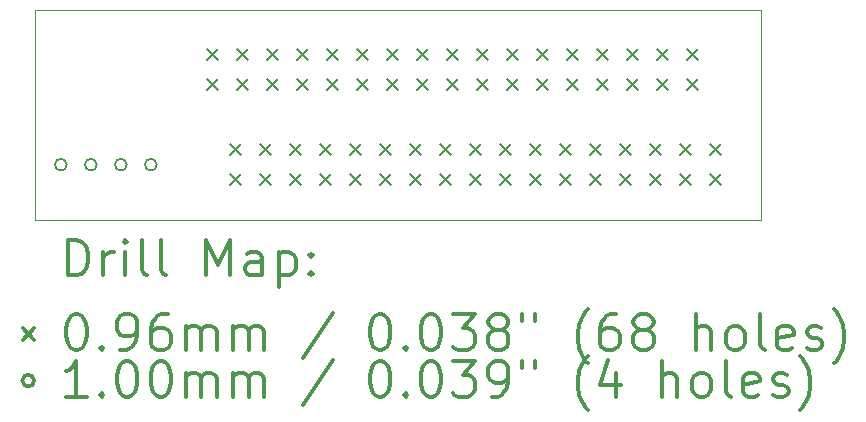
<source format=gbr>
%FSLAX45Y45*%
G04 Gerber Fmt 4.5, Leading zero omitted, Abs format (unit mm)*
G04 Created by KiCad (PCBNEW (5.1.5-0-10_14)) date 2020-02-19 18:23:27*
%MOMM*%
%LPD*%
G04 APERTURE LIST*
%TA.AperFunction,Profile*%
%ADD10C,0.050000*%
%TD*%
%ADD11C,0.200000*%
%ADD12C,0.300000*%
G04 APERTURE END LIST*
D10*
X1524000Y-2032000D02*
X7670800Y-2032000D01*
X1524000Y-3810000D02*
X1524000Y-2032000D01*
X7670800Y-3810000D02*
X1524000Y-3810000D01*
X7670800Y-2032000D02*
X7670800Y-3810000D01*
D11*
X3177550Y-3164850D02*
X3274050Y-3261350D01*
X3274050Y-3164850D02*
X3177550Y-3261350D01*
X3177550Y-3418850D02*
X3274050Y-3515350D01*
X3274050Y-3418850D02*
X3177550Y-3515350D01*
X3431550Y-3164850D02*
X3528050Y-3261350D01*
X3528050Y-3164850D02*
X3431550Y-3261350D01*
X3431550Y-3418850D02*
X3528050Y-3515350D01*
X3528050Y-3418850D02*
X3431550Y-3515350D01*
X3685550Y-3164850D02*
X3782050Y-3261350D01*
X3782050Y-3164850D02*
X3685550Y-3261350D01*
X3685550Y-3418850D02*
X3782050Y-3515350D01*
X3782050Y-3418850D02*
X3685550Y-3515350D01*
X3939550Y-3164850D02*
X4036050Y-3261350D01*
X4036050Y-3164850D02*
X3939550Y-3261350D01*
X3939550Y-3418850D02*
X4036050Y-3515350D01*
X4036050Y-3418850D02*
X3939550Y-3515350D01*
X4193550Y-3164850D02*
X4290050Y-3261350D01*
X4290050Y-3164850D02*
X4193550Y-3261350D01*
X4193550Y-3418850D02*
X4290050Y-3515350D01*
X4290050Y-3418850D02*
X4193550Y-3515350D01*
X4447550Y-3164850D02*
X4544050Y-3261350D01*
X4544050Y-3164850D02*
X4447550Y-3261350D01*
X4447550Y-3418850D02*
X4544050Y-3515350D01*
X4544050Y-3418850D02*
X4447550Y-3515350D01*
X4701550Y-3164850D02*
X4798050Y-3261350D01*
X4798050Y-3164850D02*
X4701550Y-3261350D01*
X4701550Y-3418850D02*
X4798050Y-3515350D01*
X4798050Y-3418850D02*
X4701550Y-3515350D01*
X4955550Y-3164850D02*
X5052050Y-3261350D01*
X5052050Y-3164850D02*
X4955550Y-3261350D01*
X4955550Y-3418850D02*
X5052050Y-3515350D01*
X5052050Y-3418850D02*
X4955550Y-3515350D01*
X5209550Y-3164850D02*
X5306050Y-3261350D01*
X5306050Y-3164850D02*
X5209550Y-3261350D01*
X5209550Y-3418850D02*
X5306050Y-3515350D01*
X5306050Y-3418850D02*
X5209550Y-3515350D01*
X5463550Y-3164850D02*
X5560050Y-3261350D01*
X5560050Y-3164850D02*
X5463550Y-3261350D01*
X5463550Y-3418850D02*
X5560050Y-3515350D01*
X5560050Y-3418850D02*
X5463550Y-3515350D01*
X5717550Y-3164850D02*
X5814050Y-3261350D01*
X5814050Y-3164850D02*
X5717550Y-3261350D01*
X5717550Y-3418850D02*
X5814050Y-3515350D01*
X5814050Y-3418850D02*
X5717550Y-3515350D01*
X5971550Y-3164850D02*
X6068050Y-3261350D01*
X6068050Y-3164850D02*
X5971550Y-3261350D01*
X5971550Y-3418850D02*
X6068050Y-3515350D01*
X6068050Y-3418850D02*
X5971550Y-3515350D01*
X6225550Y-3164850D02*
X6322050Y-3261350D01*
X6322050Y-3164850D02*
X6225550Y-3261350D01*
X6225550Y-3418850D02*
X6322050Y-3515350D01*
X6322050Y-3418850D02*
X6225550Y-3515350D01*
X6479550Y-3164850D02*
X6576050Y-3261350D01*
X6576050Y-3164850D02*
X6479550Y-3261350D01*
X6479550Y-3418850D02*
X6576050Y-3515350D01*
X6576050Y-3418850D02*
X6479550Y-3515350D01*
X6733550Y-3164850D02*
X6830050Y-3261350D01*
X6830050Y-3164850D02*
X6733550Y-3261350D01*
X6733550Y-3418850D02*
X6830050Y-3515350D01*
X6830050Y-3418850D02*
X6733550Y-3515350D01*
X6987550Y-3164850D02*
X7084050Y-3261350D01*
X7084050Y-3164850D02*
X6987550Y-3261350D01*
X6987550Y-3418850D02*
X7084050Y-3515350D01*
X7084050Y-3418850D02*
X6987550Y-3515350D01*
X7241550Y-3164850D02*
X7338050Y-3261350D01*
X7338050Y-3164850D02*
X7241550Y-3261350D01*
X7241550Y-3418850D02*
X7338050Y-3515350D01*
X7338050Y-3418850D02*
X7241550Y-3515350D01*
X2980700Y-2358400D02*
X3077200Y-2454900D01*
X3077200Y-2358400D02*
X2980700Y-2454900D01*
X2980700Y-2612400D02*
X3077200Y-2708900D01*
X3077200Y-2612400D02*
X2980700Y-2708900D01*
X3234700Y-2358400D02*
X3331200Y-2454900D01*
X3331200Y-2358400D02*
X3234700Y-2454900D01*
X3234700Y-2612400D02*
X3331200Y-2708900D01*
X3331200Y-2612400D02*
X3234700Y-2708900D01*
X3488700Y-2358400D02*
X3585200Y-2454900D01*
X3585200Y-2358400D02*
X3488700Y-2454900D01*
X3488700Y-2612400D02*
X3585200Y-2708900D01*
X3585200Y-2612400D02*
X3488700Y-2708900D01*
X3742700Y-2358400D02*
X3839200Y-2454900D01*
X3839200Y-2358400D02*
X3742700Y-2454900D01*
X3742700Y-2612400D02*
X3839200Y-2708900D01*
X3839200Y-2612400D02*
X3742700Y-2708900D01*
X3996700Y-2358400D02*
X4093200Y-2454900D01*
X4093200Y-2358400D02*
X3996700Y-2454900D01*
X3996700Y-2612400D02*
X4093200Y-2708900D01*
X4093200Y-2612400D02*
X3996700Y-2708900D01*
X4250700Y-2358400D02*
X4347200Y-2454900D01*
X4347200Y-2358400D02*
X4250700Y-2454900D01*
X4250700Y-2612400D02*
X4347200Y-2708900D01*
X4347200Y-2612400D02*
X4250700Y-2708900D01*
X4504700Y-2358400D02*
X4601200Y-2454900D01*
X4601200Y-2358400D02*
X4504700Y-2454900D01*
X4504700Y-2612400D02*
X4601200Y-2708900D01*
X4601200Y-2612400D02*
X4504700Y-2708900D01*
X4758700Y-2358400D02*
X4855200Y-2454900D01*
X4855200Y-2358400D02*
X4758700Y-2454900D01*
X4758700Y-2612400D02*
X4855200Y-2708900D01*
X4855200Y-2612400D02*
X4758700Y-2708900D01*
X5012700Y-2358400D02*
X5109200Y-2454900D01*
X5109200Y-2358400D02*
X5012700Y-2454900D01*
X5012700Y-2612400D02*
X5109200Y-2708900D01*
X5109200Y-2612400D02*
X5012700Y-2708900D01*
X5266700Y-2358400D02*
X5363200Y-2454900D01*
X5363200Y-2358400D02*
X5266700Y-2454900D01*
X5266700Y-2612400D02*
X5363200Y-2708900D01*
X5363200Y-2612400D02*
X5266700Y-2708900D01*
X5520700Y-2358400D02*
X5617200Y-2454900D01*
X5617200Y-2358400D02*
X5520700Y-2454900D01*
X5520700Y-2612400D02*
X5617200Y-2708900D01*
X5617200Y-2612400D02*
X5520700Y-2708900D01*
X5774700Y-2358400D02*
X5871200Y-2454900D01*
X5871200Y-2358400D02*
X5774700Y-2454900D01*
X5774700Y-2612400D02*
X5871200Y-2708900D01*
X5871200Y-2612400D02*
X5774700Y-2708900D01*
X6028700Y-2358400D02*
X6125200Y-2454900D01*
X6125200Y-2358400D02*
X6028700Y-2454900D01*
X6028700Y-2612400D02*
X6125200Y-2708900D01*
X6125200Y-2612400D02*
X6028700Y-2708900D01*
X6282700Y-2358400D02*
X6379200Y-2454900D01*
X6379200Y-2358400D02*
X6282700Y-2454900D01*
X6282700Y-2612400D02*
X6379200Y-2708900D01*
X6379200Y-2612400D02*
X6282700Y-2708900D01*
X6536700Y-2358400D02*
X6633200Y-2454900D01*
X6633200Y-2358400D02*
X6536700Y-2454900D01*
X6536700Y-2612400D02*
X6633200Y-2708900D01*
X6633200Y-2612400D02*
X6536700Y-2708900D01*
X6790700Y-2358400D02*
X6887200Y-2454900D01*
X6887200Y-2358400D02*
X6790700Y-2454900D01*
X6790700Y-2612400D02*
X6887200Y-2708900D01*
X6887200Y-2612400D02*
X6790700Y-2708900D01*
X7044700Y-2358400D02*
X7141200Y-2454900D01*
X7141200Y-2358400D02*
X7044700Y-2454900D01*
X7044700Y-2612400D02*
X7141200Y-2708900D01*
X7141200Y-2612400D02*
X7044700Y-2708900D01*
X1796250Y-3340100D02*
G75*
G03X1796250Y-3340100I-50000J0D01*
G01*
X2050250Y-3340100D02*
G75*
G03X2050250Y-3340100I-50000J0D01*
G01*
X2304250Y-3340100D02*
G75*
G03X2304250Y-3340100I-50000J0D01*
G01*
X2558250Y-3340100D02*
G75*
G03X2558250Y-3340100I-50000J0D01*
G01*
D12*
X1807928Y-4278214D02*
X1807928Y-3978214D01*
X1879357Y-3978214D01*
X1922214Y-3992500D01*
X1950786Y-4021071D01*
X1965071Y-4049643D01*
X1979357Y-4106786D01*
X1979357Y-4149643D01*
X1965071Y-4206786D01*
X1950786Y-4235357D01*
X1922214Y-4263929D01*
X1879357Y-4278214D01*
X1807928Y-4278214D01*
X2107928Y-4278214D02*
X2107928Y-4078214D01*
X2107928Y-4135357D02*
X2122214Y-4106786D01*
X2136500Y-4092500D01*
X2165071Y-4078214D01*
X2193643Y-4078214D01*
X2293643Y-4278214D02*
X2293643Y-4078214D01*
X2293643Y-3978214D02*
X2279357Y-3992500D01*
X2293643Y-4006786D01*
X2307928Y-3992500D01*
X2293643Y-3978214D01*
X2293643Y-4006786D01*
X2479357Y-4278214D02*
X2450786Y-4263929D01*
X2436500Y-4235357D01*
X2436500Y-3978214D01*
X2636500Y-4278214D02*
X2607928Y-4263929D01*
X2593643Y-4235357D01*
X2593643Y-3978214D01*
X2979357Y-4278214D02*
X2979357Y-3978214D01*
X3079357Y-4192500D01*
X3179357Y-3978214D01*
X3179357Y-4278214D01*
X3450786Y-4278214D02*
X3450786Y-4121071D01*
X3436500Y-4092500D01*
X3407928Y-4078214D01*
X3350786Y-4078214D01*
X3322214Y-4092500D01*
X3450786Y-4263929D02*
X3422214Y-4278214D01*
X3350786Y-4278214D01*
X3322214Y-4263929D01*
X3307928Y-4235357D01*
X3307928Y-4206786D01*
X3322214Y-4178214D01*
X3350786Y-4163929D01*
X3422214Y-4163929D01*
X3450786Y-4149643D01*
X3593643Y-4078214D02*
X3593643Y-4378214D01*
X3593643Y-4092500D02*
X3622214Y-4078214D01*
X3679357Y-4078214D01*
X3707928Y-4092500D01*
X3722214Y-4106786D01*
X3736500Y-4135357D01*
X3736500Y-4221072D01*
X3722214Y-4249643D01*
X3707928Y-4263929D01*
X3679357Y-4278214D01*
X3622214Y-4278214D01*
X3593643Y-4263929D01*
X3865071Y-4249643D02*
X3879357Y-4263929D01*
X3865071Y-4278214D01*
X3850786Y-4263929D01*
X3865071Y-4249643D01*
X3865071Y-4278214D01*
X3865071Y-4092500D02*
X3879357Y-4106786D01*
X3865071Y-4121071D01*
X3850786Y-4106786D01*
X3865071Y-4092500D01*
X3865071Y-4121071D01*
X1425000Y-4724250D02*
X1521500Y-4820750D01*
X1521500Y-4724250D02*
X1425000Y-4820750D01*
X1865071Y-4608214D02*
X1893643Y-4608214D01*
X1922214Y-4622500D01*
X1936500Y-4636786D01*
X1950786Y-4665357D01*
X1965071Y-4722500D01*
X1965071Y-4793929D01*
X1950786Y-4851072D01*
X1936500Y-4879643D01*
X1922214Y-4893929D01*
X1893643Y-4908214D01*
X1865071Y-4908214D01*
X1836500Y-4893929D01*
X1822214Y-4879643D01*
X1807928Y-4851072D01*
X1793643Y-4793929D01*
X1793643Y-4722500D01*
X1807928Y-4665357D01*
X1822214Y-4636786D01*
X1836500Y-4622500D01*
X1865071Y-4608214D01*
X2093643Y-4879643D02*
X2107928Y-4893929D01*
X2093643Y-4908214D01*
X2079357Y-4893929D01*
X2093643Y-4879643D01*
X2093643Y-4908214D01*
X2250786Y-4908214D02*
X2307928Y-4908214D01*
X2336500Y-4893929D01*
X2350786Y-4879643D01*
X2379357Y-4836786D01*
X2393643Y-4779643D01*
X2393643Y-4665357D01*
X2379357Y-4636786D01*
X2365071Y-4622500D01*
X2336500Y-4608214D01*
X2279357Y-4608214D01*
X2250786Y-4622500D01*
X2236500Y-4636786D01*
X2222214Y-4665357D01*
X2222214Y-4736786D01*
X2236500Y-4765357D01*
X2250786Y-4779643D01*
X2279357Y-4793929D01*
X2336500Y-4793929D01*
X2365071Y-4779643D01*
X2379357Y-4765357D01*
X2393643Y-4736786D01*
X2650786Y-4608214D02*
X2593643Y-4608214D01*
X2565071Y-4622500D01*
X2550786Y-4636786D01*
X2522214Y-4679643D01*
X2507928Y-4736786D01*
X2507928Y-4851072D01*
X2522214Y-4879643D01*
X2536500Y-4893929D01*
X2565071Y-4908214D01*
X2622214Y-4908214D01*
X2650786Y-4893929D01*
X2665071Y-4879643D01*
X2679357Y-4851072D01*
X2679357Y-4779643D01*
X2665071Y-4751072D01*
X2650786Y-4736786D01*
X2622214Y-4722500D01*
X2565071Y-4722500D01*
X2536500Y-4736786D01*
X2522214Y-4751072D01*
X2507928Y-4779643D01*
X2807928Y-4908214D02*
X2807928Y-4708214D01*
X2807928Y-4736786D02*
X2822214Y-4722500D01*
X2850786Y-4708214D01*
X2893643Y-4708214D01*
X2922214Y-4722500D01*
X2936500Y-4751072D01*
X2936500Y-4908214D01*
X2936500Y-4751072D02*
X2950786Y-4722500D01*
X2979357Y-4708214D01*
X3022214Y-4708214D01*
X3050786Y-4722500D01*
X3065071Y-4751072D01*
X3065071Y-4908214D01*
X3207928Y-4908214D02*
X3207928Y-4708214D01*
X3207928Y-4736786D02*
X3222214Y-4722500D01*
X3250786Y-4708214D01*
X3293643Y-4708214D01*
X3322214Y-4722500D01*
X3336500Y-4751072D01*
X3336500Y-4908214D01*
X3336500Y-4751072D02*
X3350786Y-4722500D01*
X3379357Y-4708214D01*
X3422214Y-4708214D01*
X3450786Y-4722500D01*
X3465071Y-4751072D01*
X3465071Y-4908214D01*
X4050786Y-4593929D02*
X3793643Y-4979643D01*
X4436500Y-4608214D02*
X4465071Y-4608214D01*
X4493643Y-4622500D01*
X4507928Y-4636786D01*
X4522214Y-4665357D01*
X4536500Y-4722500D01*
X4536500Y-4793929D01*
X4522214Y-4851072D01*
X4507928Y-4879643D01*
X4493643Y-4893929D01*
X4465071Y-4908214D01*
X4436500Y-4908214D01*
X4407928Y-4893929D01*
X4393643Y-4879643D01*
X4379357Y-4851072D01*
X4365071Y-4793929D01*
X4365071Y-4722500D01*
X4379357Y-4665357D01*
X4393643Y-4636786D01*
X4407928Y-4622500D01*
X4436500Y-4608214D01*
X4665071Y-4879643D02*
X4679357Y-4893929D01*
X4665071Y-4908214D01*
X4650786Y-4893929D01*
X4665071Y-4879643D01*
X4665071Y-4908214D01*
X4865071Y-4608214D02*
X4893643Y-4608214D01*
X4922214Y-4622500D01*
X4936500Y-4636786D01*
X4950786Y-4665357D01*
X4965071Y-4722500D01*
X4965071Y-4793929D01*
X4950786Y-4851072D01*
X4936500Y-4879643D01*
X4922214Y-4893929D01*
X4893643Y-4908214D01*
X4865071Y-4908214D01*
X4836500Y-4893929D01*
X4822214Y-4879643D01*
X4807928Y-4851072D01*
X4793643Y-4793929D01*
X4793643Y-4722500D01*
X4807928Y-4665357D01*
X4822214Y-4636786D01*
X4836500Y-4622500D01*
X4865071Y-4608214D01*
X5065071Y-4608214D02*
X5250786Y-4608214D01*
X5150786Y-4722500D01*
X5193643Y-4722500D01*
X5222214Y-4736786D01*
X5236500Y-4751072D01*
X5250786Y-4779643D01*
X5250786Y-4851072D01*
X5236500Y-4879643D01*
X5222214Y-4893929D01*
X5193643Y-4908214D01*
X5107928Y-4908214D01*
X5079357Y-4893929D01*
X5065071Y-4879643D01*
X5422214Y-4736786D02*
X5393643Y-4722500D01*
X5379357Y-4708214D01*
X5365071Y-4679643D01*
X5365071Y-4665357D01*
X5379357Y-4636786D01*
X5393643Y-4622500D01*
X5422214Y-4608214D01*
X5479357Y-4608214D01*
X5507928Y-4622500D01*
X5522214Y-4636786D01*
X5536500Y-4665357D01*
X5536500Y-4679643D01*
X5522214Y-4708214D01*
X5507928Y-4722500D01*
X5479357Y-4736786D01*
X5422214Y-4736786D01*
X5393643Y-4751072D01*
X5379357Y-4765357D01*
X5365071Y-4793929D01*
X5365071Y-4851072D01*
X5379357Y-4879643D01*
X5393643Y-4893929D01*
X5422214Y-4908214D01*
X5479357Y-4908214D01*
X5507928Y-4893929D01*
X5522214Y-4879643D01*
X5536500Y-4851072D01*
X5536500Y-4793929D01*
X5522214Y-4765357D01*
X5507928Y-4751072D01*
X5479357Y-4736786D01*
X5650786Y-4608214D02*
X5650786Y-4665357D01*
X5765071Y-4608214D02*
X5765071Y-4665357D01*
X6207928Y-5022500D02*
X6193643Y-5008214D01*
X6165071Y-4965357D01*
X6150786Y-4936786D01*
X6136500Y-4893929D01*
X6122214Y-4822500D01*
X6122214Y-4765357D01*
X6136500Y-4693929D01*
X6150786Y-4651072D01*
X6165071Y-4622500D01*
X6193643Y-4579643D01*
X6207928Y-4565357D01*
X6450786Y-4608214D02*
X6393643Y-4608214D01*
X6365071Y-4622500D01*
X6350786Y-4636786D01*
X6322214Y-4679643D01*
X6307928Y-4736786D01*
X6307928Y-4851072D01*
X6322214Y-4879643D01*
X6336500Y-4893929D01*
X6365071Y-4908214D01*
X6422214Y-4908214D01*
X6450786Y-4893929D01*
X6465071Y-4879643D01*
X6479357Y-4851072D01*
X6479357Y-4779643D01*
X6465071Y-4751072D01*
X6450786Y-4736786D01*
X6422214Y-4722500D01*
X6365071Y-4722500D01*
X6336500Y-4736786D01*
X6322214Y-4751072D01*
X6307928Y-4779643D01*
X6650786Y-4736786D02*
X6622214Y-4722500D01*
X6607928Y-4708214D01*
X6593643Y-4679643D01*
X6593643Y-4665357D01*
X6607928Y-4636786D01*
X6622214Y-4622500D01*
X6650786Y-4608214D01*
X6707928Y-4608214D01*
X6736500Y-4622500D01*
X6750786Y-4636786D01*
X6765071Y-4665357D01*
X6765071Y-4679643D01*
X6750786Y-4708214D01*
X6736500Y-4722500D01*
X6707928Y-4736786D01*
X6650786Y-4736786D01*
X6622214Y-4751072D01*
X6607928Y-4765357D01*
X6593643Y-4793929D01*
X6593643Y-4851072D01*
X6607928Y-4879643D01*
X6622214Y-4893929D01*
X6650786Y-4908214D01*
X6707928Y-4908214D01*
X6736500Y-4893929D01*
X6750786Y-4879643D01*
X6765071Y-4851072D01*
X6765071Y-4793929D01*
X6750786Y-4765357D01*
X6736500Y-4751072D01*
X6707928Y-4736786D01*
X7122214Y-4908214D02*
X7122214Y-4608214D01*
X7250786Y-4908214D02*
X7250786Y-4751072D01*
X7236500Y-4722500D01*
X7207928Y-4708214D01*
X7165071Y-4708214D01*
X7136500Y-4722500D01*
X7122214Y-4736786D01*
X7436500Y-4908214D02*
X7407928Y-4893929D01*
X7393643Y-4879643D01*
X7379357Y-4851072D01*
X7379357Y-4765357D01*
X7393643Y-4736786D01*
X7407928Y-4722500D01*
X7436500Y-4708214D01*
X7479357Y-4708214D01*
X7507928Y-4722500D01*
X7522214Y-4736786D01*
X7536500Y-4765357D01*
X7536500Y-4851072D01*
X7522214Y-4879643D01*
X7507928Y-4893929D01*
X7479357Y-4908214D01*
X7436500Y-4908214D01*
X7707928Y-4908214D02*
X7679357Y-4893929D01*
X7665071Y-4865357D01*
X7665071Y-4608214D01*
X7936500Y-4893929D02*
X7907928Y-4908214D01*
X7850786Y-4908214D01*
X7822214Y-4893929D01*
X7807928Y-4865357D01*
X7807928Y-4751072D01*
X7822214Y-4722500D01*
X7850786Y-4708214D01*
X7907928Y-4708214D01*
X7936500Y-4722500D01*
X7950786Y-4751072D01*
X7950786Y-4779643D01*
X7807928Y-4808214D01*
X8065071Y-4893929D02*
X8093643Y-4908214D01*
X8150786Y-4908214D01*
X8179357Y-4893929D01*
X8193643Y-4865357D01*
X8193643Y-4851072D01*
X8179357Y-4822500D01*
X8150786Y-4808214D01*
X8107928Y-4808214D01*
X8079357Y-4793929D01*
X8065071Y-4765357D01*
X8065071Y-4751072D01*
X8079357Y-4722500D01*
X8107928Y-4708214D01*
X8150786Y-4708214D01*
X8179357Y-4722500D01*
X8293643Y-5022500D02*
X8307928Y-5008214D01*
X8336500Y-4965357D01*
X8350786Y-4936786D01*
X8365071Y-4893929D01*
X8379357Y-4822500D01*
X8379357Y-4765357D01*
X8365071Y-4693929D01*
X8350786Y-4651072D01*
X8336500Y-4622500D01*
X8307928Y-4579643D01*
X8293643Y-4565357D01*
X1521500Y-5168500D02*
G75*
G03X1521500Y-5168500I-50000J0D01*
G01*
X1965071Y-5304214D02*
X1793643Y-5304214D01*
X1879357Y-5304214D02*
X1879357Y-5004214D01*
X1850786Y-5047072D01*
X1822214Y-5075643D01*
X1793643Y-5089929D01*
X2093643Y-5275643D02*
X2107928Y-5289929D01*
X2093643Y-5304214D01*
X2079357Y-5289929D01*
X2093643Y-5275643D01*
X2093643Y-5304214D01*
X2293643Y-5004214D02*
X2322214Y-5004214D01*
X2350786Y-5018500D01*
X2365071Y-5032786D01*
X2379357Y-5061357D01*
X2393643Y-5118500D01*
X2393643Y-5189929D01*
X2379357Y-5247072D01*
X2365071Y-5275643D01*
X2350786Y-5289929D01*
X2322214Y-5304214D01*
X2293643Y-5304214D01*
X2265071Y-5289929D01*
X2250786Y-5275643D01*
X2236500Y-5247072D01*
X2222214Y-5189929D01*
X2222214Y-5118500D01*
X2236500Y-5061357D01*
X2250786Y-5032786D01*
X2265071Y-5018500D01*
X2293643Y-5004214D01*
X2579357Y-5004214D02*
X2607928Y-5004214D01*
X2636500Y-5018500D01*
X2650786Y-5032786D01*
X2665071Y-5061357D01*
X2679357Y-5118500D01*
X2679357Y-5189929D01*
X2665071Y-5247072D01*
X2650786Y-5275643D01*
X2636500Y-5289929D01*
X2607928Y-5304214D01*
X2579357Y-5304214D01*
X2550786Y-5289929D01*
X2536500Y-5275643D01*
X2522214Y-5247072D01*
X2507928Y-5189929D01*
X2507928Y-5118500D01*
X2522214Y-5061357D01*
X2536500Y-5032786D01*
X2550786Y-5018500D01*
X2579357Y-5004214D01*
X2807928Y-5304214D02*
X2807928Y-5104214D01*
X2807928Y-5132786D02*
X2822214Y-5118500D01*
X2850786Y-5104214D01*
X2893643Y-5104214D01*
X2922214Y-5118500D01*
X2936500Y-5147072D01*
X2936500Y-5304214D01*
X2936500Y-5147072D02*
X2950786Y-5118500D01*
X2979357Y-5104214D01*
X3022214Y-5104214D01*
X3050786Y-5118500D01*
X3065071Y-5147072D01*
X3065071Y-5304214D01*
X3207928Y-5304214D02*
X3207928Y-5104214D01*
X3207928Y-5132786D02*
X3222214Y-5118500D01*
X3250786Y-5104214D01*
X3293643Y-5104214D01*
X3322214Y-5118500D01*
X3336500Y-5147072D01*
X3336500Y-5304214D01*
X3336500Y-5147072D02*
X3350786Y-5118500D01*
X3379357Y-5104214D01*
X3422214Y-5104214D01*
X3450786Y-5118500D01*
X3465071Y-5147072D01*
X3465071Y-5304214D01*
X4050786Y-4989929D02*
X3793643Y-5375643D01*
X4436500Y-5004214D02*
X4465071Y-5004214D01*
X4493643Y-5018500D01*
X4507928Y-5032786D01*
X4522214Y-5061357D01*
X4536500Y-5118500D01*
X4536500Y-5189929D01*
X4522214Y-5247072D01*
X4507928Y-5275643D01*
X4493643Y-5289929D01*
X4465071Y-5304214D01*
X4436500Y-5304214D01*
X4407928Y-5289929D01*
X4393643Y-5275643D01*
X4379357Y-5247072D01*
X4365071Y-5189929D01*
X4365071Y-5118500D01*
X4379357Y-5061357D01*
X4393643Y-5032786D01*
X4407928Y-5018500D01*
X4436500Y-5004214D01*
X4665071Y-5275643D02*
X4679357Y-5289929D01*
X4665071Y-5304214D01*
X4650786Y-5289929D01*
X4665071Y-5275643D01*
X4665071Y-5304214D01*
X4865071Y-5004214D02*
X4893643Y-5004214D01*
X4922214Y-5018500D01*
X4936500Y-5032786D01*
X4950786Y-5061357D01*
X4965071Y-5118500D01*
X4965071Y-5189929D01*
X4950786Y-5247072D01*
X4936500Y-5275643D01*
X4922214Y-5289929D01*
X4893643Y-5304214D01*
X4865071Y-5304214D01*
X4836500Y-5289929D01*
X4822214Y-5275643D01*
X4807928Y-5247072D01*
X4793643Y-5189929D01*
X4793643Y-5118500D01*
X4807928Y-5061357D01*
X4822214Y-5032786D01*
X4836500Y-5018500D01*
X4865071Y-5004214D01*
X5065071Y-5004214D02*
X5250786Y-5004214D01*
X5150786Y-5118500D01*
X5193643Y-5118500D01*
X5222214Y-5132786D01*
X5236500Y-5147072D01*
X5250786Y-5175643D01*
X5250786Y-5247072D01*
X5236500Y-5275643D01*
X5222214Y-5289929D01*
X5193643Y-5304214D01*
X5107928Y-5304214D01*
X5079357Y-5289929D01*
X5065071Y-5275643D01*
X5393643Y-5304214D02*
X5450786Y-5304214D01*
X5479357Y-5289929D01*
X5493643Y-5275643D01*
X5522214Y-5232786D01*
X5536500Y-5175643D01*
X5536500Y-5061357D01*
X5522214Y-5032786D01*
X5507928Y-5018500D01*
X5479357Y-5004214D01*
X5422214Y-5004214D01*
X5393643Y-5018500D01*
X5379357Y-5032786D01*
X5365071Y-5061357D01*
X5365071Y-5132786D01*
X5379357Y-5161357D01*
X5393643Y-5175643D01*
X5422214Y-5189929D01*
X5479357Y-5189929D01*
X5507928Y-5175643D01*
X5522214Y-5161357D01*
X5536500Y-5132786D01*
X5650786Y-5004214D02*
X5650786Y-5061357D01*
X5765071Y-5004214D02*
X5765071Y-5061357D01*
X6207928Y-5418500D02*
X6193643Y-5404214D01*
X6165071Y-5361357D01*
X6150786Y-5332786D01*
X6136500Y-5289929D01*
X6122214Y-5218500D01*
X6122214Y-5161357D01*
X6136500Y-5089929D01*
X6150786Y-5047072D01*
X6165071Y-5018500D01*
X6193643Y-4975643D01*
X6207928Y-4961357D01*
X6450786Y-5104214D02*
X6450786Y-5304214D01*
X6379357Y-4989929D02*
X6307928Y-5204214D01*
X6493643Y-5204214D01*
X6836500Y-5304214D02*
X6836500Y-5004214D01*
X6965071Y-5304214D02*
X6965071Y-5147072D01*
X6950786Y-5118500D01*
X6922214Y-5104214D01*
X6879357Y-5104214D01*
X6850786Y-5118500D01*
X6836500Y-5132786D01*
X7150786Y-5304214D02*
X7122214Y-5289929D01*
X7107928Y-5275643D01*
X7093643Y-5247072D01*
X7093643Y-5161357D01*
X7107928Y-5132786D01*
X7122214Y-5118500D01*
X7150786Y-5104214D01*
X7193643Y-5104214D01*
X7222214Y-5118500D01*
X7236500Y-5132786D01*
X7250786Y-5161357D01*
X7250786Y-5247072D01*
X7236500Y-5275643D01*
X7222214Y-5289929D01*
X7193643Y-5304214D01*
X7150786Y-5304214D01*
X7422214Y-5304214D02*
X7393643Y-5289929D01*
X7379357Y-5261357D01*
X7379357Y-5004214D01*
X7650786Y-5289929D02*
X7622214Y-5304214D01*
X7565071Y-5304214D01*
X7536500Y-5289929D01*
X7522214Y-5261357D01*
X7522214Y-5147072D01*
X7536500Y-5118500D01*
X7565071Y-5104214D01*
X7622214Y-5104214D01*
X7650786Y-5118500D01*
X7665071Y-5147072D01*
X7665071Y-5175643D01*
X7522214Y-5204214D01*
X7779357Y-5289929D02*
X7807928Y-5304214D01*
X7865071Y-5304214D01*
X7893643Y-5289929D01*
X7907928Y-5261357D01*
X7907928Y-5247072D01*
X7893643Y-5218500D01*
X7865071Y-5204214D01*
X7822214Y-5204214D01*
X7793643Y-5189929D01*
X7779357Y-5161357D01*
X7779357Y-5147072D01*
X7793643Y-5118500D01*
X7822214Y-5104214D01*
X7865071Y-5104214D01*
X7893643Y-5118500D01*
X8007928Y-5418500D02*
X8022214Y-5404214D01*
X8050786Y-5361357D01*
X8065071Y-5332786D01*
X8079357Y-5289929D01*
X8093643Y-5218500D01*
X8093643Y-5161357D01*
X8079357Y-5089929D01*
X8065071Y-5047072D01*
X8050786Y-5018500D01*
X8022214Y-4975643D01*
X8007928Y-4961357D01*
M02*

</source>
